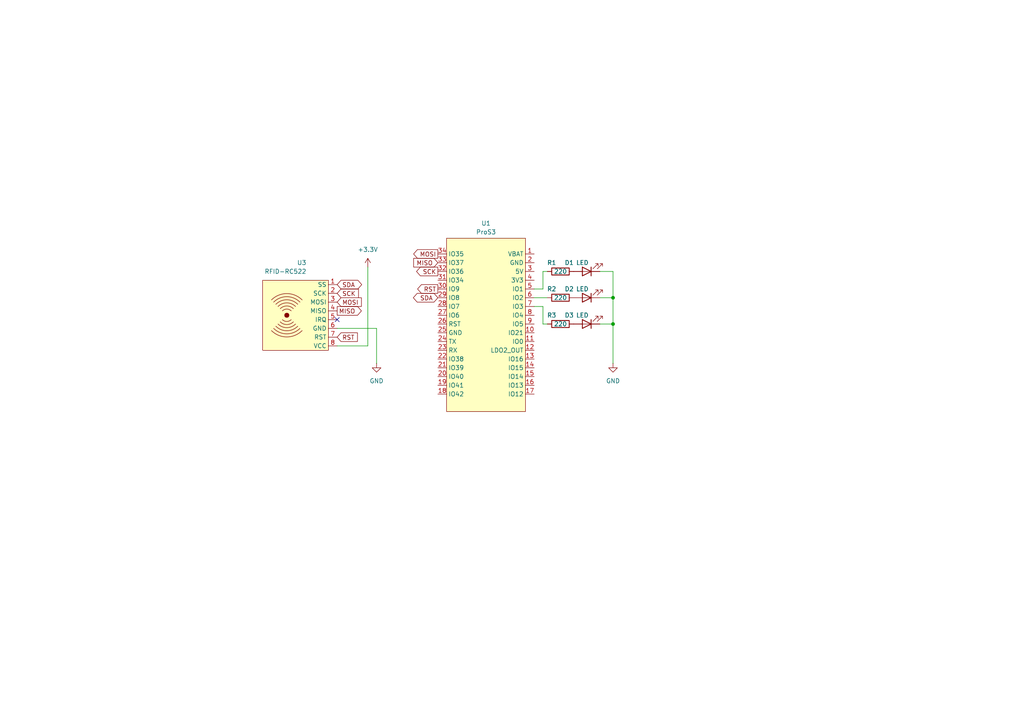
<source format=kicad_sch>
(kicad_sch (version 20231120) (generator "eeschema") (generator_version "8.0")
  (paper "A4")
  (lib_symbols
    (symbol "Device:LED" (pin_numbers hide) (pin_names (offset 1.016) hide)
      (property "Reference" "D" (at 0 2.54 0))
      (property "Value" "LED" (at 0 -2.54 0))
      (symbol "LED_0_1"
        (polyline (pts (xy -1.27 -1.27) (xy -1.27 1.27)) (stroke (width 0.254)))
        (polyline (pts (xy -1.27 0) (xy 1.27 0)))
        (polyline (pts (xy 1.27 -1.27) (xy 1.27 1.27) (xy -1.27 0) (xy 1.27 -1.27)) (stroke (width 0.254)))
        (polyline (pts (xy -3.048 -0.762) (xy -4.572 -2.286) (xy -3.81 -2.286) (xy -4.572 -2.286) (xy -4.572 -1.524)))
        (polyline (pts (xy -1.778 -0.762) (xy -3.302 -2.286) (xy -2.54 -2.286) (xy -3.302 -2.286) (xy -3.302 -1.524)))
      )
      (symbol "LED_1_1"
        (pin passive line (at -3.81 0 0) (length 2.54) (name "K") (number "1"))
        (pin passive line (at 3.81 0 180) (length 2.54) (name "A") (number "2"))
      )
    )
    (symbol "Device:R" (pin_numbers hide) (pin_names (offset 0))
      (property "Reference" "R" (at 2.032 0 90))
      (property "Value" "R" (at 0 0 90))
      (symbol "R_0_1"
        (rectangle (start -1.016 -2.54) (end 1.016 2.54) (stroke (width 0.254)))
      )
      (symbol "R_1_1"
        (pin passive line (at 0 3.81 270) (length 1.27) (name "~") (number "1"))
        (pin passive line (at 0 -3.81 90) (length 1.27) (name "~") (number "2"))
      )
    )
    (symbol "ProS3:ProS3"
      (property "Reference" "U" (at 0 -28.956 0))
      (property "Value" "ProS3" (at -0.508 27.178 0))
      (symbol "ProS3_1_1"
        (rectangle (start -11.43 24.892) (end 11.43 -25.4) (stroke (width 0.1524)) (fill (type background)))
        (pin power_in line (at 13.97 20.32 180) (length 2.54) (name "VBAT") (number "1"))
        (pin bidirectional line (at 13.97 -2.54 180) (length 2.54) (name "IO21") (number "10"))
        (pin bidirectional line (at 13.97 -5.08 180) (length 2.54) (name "IO0") (number "11"))
        (pin power_out line (at 13.97 -7.62 180) (length 2.54) (name "LDO2_OUT") (number "12"))
        (pin bidirectional line (at 13.97 -10.16 180) (length 2.54) (name "IO16") (number "13"))
        (pin bidirectional line (at 13.97 -12.7 180) (length 2.54) (name "IO15") (number "14"))
        (pin bidirectional line (at 13.97 -15.24 180) (length 2.54) (name "IO14") (number "15"))
        (pin bidirectional line (at 13.97 -17.78 180) (length 2.54) (name "IO13") (number "16"))
        (pin bidirectional line (at 13.97 -20.32 180) (length 2.54) (name "IO12") (number "17"))
        (pin bidirectional line (at -13.97 -20.32 0) (length 2.54) (name "IO42") (number "18"))
        (pin bidirectional line (at -13.97 -17.78 0) (length 2.54) (name "IO41") (number "19"))
        (pin power_in line (at 13.97 17.78 180) (length 2.54) (name "GND") (number "2"))
        (pin bidirectional line (at -13.97 -15.24 0) (length 2.54) (name "IO40") (number "20"))
        (pin bidirectional line (at -13.97 -12.7 0) (length 2.54) (name "IO39") (number "21"))
        (pin bidirectional line (at -13.97 -10.16 0) (length 2.54) (name "IO38") (number "22"))
        (pin bidirectional line (at -13.97 -7.62 0) (length 2.54) (name "RX") (number "23"))
        (pin bidirectional line (at -13.97 -5.08 0) (length 2.54) (name "TX") (number "24"))
        (pin power_in line (at -13.97 -2.54 0) (length 2.54) (name "GND") (number "25"))
        (pin input line (at -13.97 0 0) (length 2.54) (name "RST") (number "26"))
        (pin bidirectional line (at -13.97 2.54 0) (length 2.54) (name "IO6") (number "27"))
        (pin bidirectional line (at -13.97 5.08 0) (length 2.54) (name "IO7") (number "28"))
        (pin bidirectional line (at -13.97 7.62 0) (length 2.54) (name "IO8") (number "29"))
        (pin power_in line (at 13.97 15.24 180) (length 2.54) (name "5V") (number "3"))
        (pin bidirectional line (at -13.97 10.16 0) (length 2.54) (name "IO9") (number "30"))
        (pin bidirectional line (at -13.97 12.7 0) (length 2.54) (name "IO34") (number "31"))
        (pin bidirectional line (at -13.97 15.24 0) (length 2.54) (name "IO36") (number "32"))
        (pin bidirectional line (at -13.97 17.78 0) (length 2.54) (name "IO37") (number "33"))
        (pin bidirectional line (at -13.97 20.32 0) (length 2.54) (name "IO35") (number "34"))
        (pin power_in line (at 13.97 12.7 180) (length 2.54) (name "3V3") (number "4"))
        (pin bidirectional line (at 13.97 10.16 180) (length 2.54) (name "IO1") (number "5"))
        (pin bidirectional line (at 13.97 7.62 180) (length 2.54) (name "IO2") (number "6"))
        (pin bidirectional line (at 13.97 5.08 180) (length 2.54) (name "IO3") (number "7"))
        (pin bidirectional line (at 13.97 2.54 180) (length 2.54) (name "IO4") (number "8"))
        (pin bidirectional line (at 13.97 0 180) (length 2.54) (name "IO5") (number "9"))
      )
    )
    (symbol "UCN_new:RFID-RC522"
      (property "Reference" "U" (at 3.81 2.54 0))
      (property "Value" "RFID-RC522" (at 20.32 -8.89 90))
      (symbol "RFID-RC522_0_0"
        (pin input line (at 0 0 0) (length 2.54) (name "SS") (number "1"))
        (pin input line (at 0 -2.54 0) (length 2.54) (name "SCK") (number "2"))
        (pin input line (at 0 -5.08 0) (length 2.54) (name "MOSI") (number "3"))
        (pin output line (at 0 -7.62 0) (length 2.54) (name "MISO") (number "4"))
        (pin output line (at 0 -10.16 0) (length 2.54) (name "IRQ") (number "5"))
        (pin power_in line (at 0 -12.7 0) (length 2.54) (name "GND") (number "6"))
        (pin input line (at 0 -15.24 0) (length 2.54) (name "RST") (number "7"))
        (pin power_in line (at 0 -17.78 0) (length 2.54) (name "VCC") (number "8"))
      )
      (symbol "RFID-RC522_1_1"
        (rectangle (start 2.54 1.27) (end 21.59 -19.05) (fill (type background)))
        (arc (start 10.16 -13.3349) (mid 14.605 -15.1761) (end 19.05 -13.3349))
        (arc (start 10.795 -12.6999) (mid 14.605 -14.278) (end 18.415 -12.6999))
        (arc (start 11.43 -12.0649) (mid 14.605 -13.38) (end 17.78 -12.0649))
        (arc (start 12.065 -11.4299) (mid 14.605 -12.482) (end 17.145 -11.4299))
        (arc (start 12.7 -10.7949) (mid 14.605 -11.584) (end 16.51 -10.7949))
        (arc (start 13.335 -10.1599) (mid 14.605 -10.6859) (end 15.875 -10.1599))
        (circle (center 14.605 -8.8897) (radius 0.635) (fill (type outline)))
        (arc (start 15.875 -7.6197) (mid 14.605 -7.0937) (end 13.335 -7.6197))
        (arc (start 16.51 -6.9847) (mid 14.605 -6.1956) (end 12.7 -6.9847))
        (arc (start 17.145 -6.3497) (mid 14.605 -5.2976) (end 12.065 -6.3497))
        (arc (start 17.78 -5.7147) (mid 14.605 -4.3996) (end 11.43 -5.7147))
        (arc (start 18.415 -5.0797) (mid 14.605 -3.5016) (end 10.795 -5.0797))
        (arc (start 19.05 -4.4447) (mid 14.605 -2.6035) (end 10.16 -4.4447))
      )
    )
    (symbol "power:+3.3V" (power) (pin_numbers hide) (pin_names (offset 0) hide)
      (property "Value" "+3.3V" (at 0 3.556 0))
      (symbol "+3.3V_0_1"
        (polyline (pts (xy -0.762 1.27) (xy 0 2.54)))
        (polyline (pts (xy 0 0) (xy 0 2.54)))
        (polyline (pts (xy 0 2.54) (xy 0.762 1.27)))
      )
      (symbol "+3.3V_1_1"
        (pin power_in line (at 0 0 90) (length 0) (name "~") (number "1"))
      )
    )
    (symbol "power:GND" (power) (pin_numbers hide) (pin_names (offset 0) hide)
      (property "Value" "GND" (at 0 -3.81 0))
      (symbol "GND_0_1"
        (polyline (pts (xy 0 0) (xy 0 -1.27) (xy 1.27 -1.27) (xy 0 -2.54) (xy -1.27 -1.27) (xy 0 -1.27)))
      )
      (symbol "GND_1_1"
        (pin power_in line (at 0 0 270) (length 0) (name "~") (number "1"))
      )
    )
  )
  (junction (at 177.8 93.98))
  (junction (at 177.8 86.36))
  (no_connect (at 97.79 92.71))
  (wire (pts (xy 177.8 93.98) (xy 177.8 105.41)))
  (wire (pts (xy 106.68 100.33) (xy 106.68 77.47)))
  (wire (pts (xy 154.94 86.36) (xy 158.75 86.36)))
  (wire (pts (xy 173.99 93.98) (xy 177.8 93.98)))
  (wire (pts (xy 157.48 93.98) (xy 158.75 93.98)))
  (wire (pts (xy 177.8 86.36) (xy 177.8 93.98)))
  (wire (pts (xy 154.94 88.9) (xy 157.48 88.9)))
  (wire (pts (xy 157.48 83.82) (xy 154.94 83.82)))
  (wire (pts (xy 157.48 78.74) (xy 157.48 83.82)))
  (wire (pts (xy 177.8 78.74) (xy 173.99 78.74)))
  (wire (pts (xy 97.79 100.33) (xy 106.68 100.33)))
  (wire (pts (xy 157.48 88.9) (xy 157.48 93.98)))
  (wire (pts (xy 173.99 86.36) (xy 177.8 86.36)))
  (wire (pts (xy 177.8 78.74) (xy 177.8 86.36)))
  (wire (pts (xy 97.79 95.25) (xy 109.22 95.25)))
  (wire (pts (xy 109.22 95.25) (xy 109.22 105.41)))
  (wire (pts (xy 157.48 78.74) (xy 158.75 78.74)))
  (global_label "SCK" (shape output) (at 127 78.74 180) (property "Intersheetrefs" "${INTERSHEET_REFS}" (effects (hide yes))))
  (global_label "MISO" (shape output) (at 97.79 90.17 0) (property "Intersheetrefs" "${INTERSHEET_REFS}" (effects (hide yes))))
  (global_label "MOSI" (shape input) (at 97.79 87.63 0) (property "Intersheetrefs" "${INTERSHEET_REFS}" (effects (hide yes))))
  (global_label "SCK" (shape input) (at 97.79 85.09 0) (property "Intersheetrefs" "${INTERSHEET_REFS}" (effects (hide yes))))
  (global_label "SDA" (shape bidirectional) (at 97.79 82.55 0) (property "Intersheetrefs" "${INTERSHEET_REFS}" (effects (hide yes))))
  (global_label "MISO" (shape input) (at 127 76.2 180) (property "Intersheetrefs" "${INTERSHEET_REFS}" (effects (hide yes))))
  (global_label "SDA" (shape bidirectional) (at 127 86.36 180) (property "Intersheetrefs" "${INTERSHEET_REFS}" (effects (hide yes))))
  (global_label "RST" (shape input) (at 97.79 97.79 0) (property "Intersheetrefs" "${INTERSHEET_REFS}" (effects (hide yes))))
  (global_label "MOSI" (shape output) (at 127 73.66 180) (property "Intersheetrefs" "${INTERSHEET_REFS}" (effects (hide yes))))
  (global_label "RST" (shape output) (at 127 83.82 180) (property "Intersheetrefs" "${INTERSHEET_REFS}" (effects (hide yes))))
  (symbol (lib_id "power:GND") (at 177.8 105.41 0) (unit 1)
    (property "Reference" "#PWR03" (effects (hide yes)))
    (property "Value" "GND" (at 177.8 110.49 0))
    (property "Description" "Power symbol creates a global label with name \"GND\" , ground" (effects (hide yes)))
  )
  (symbol (lib_id "Device:LED") (at 170.18 86.36 180) (unit 1)
    (property "Reference" "D2" (at 165.1 83.82 0))
    (property "Value" "LED" (at 168.91 83.82 0))
    (property "Footprint" "LED_SMD:LED_0201_0603Metric_Pad0.64x0.40mm_HandSolder" (effects (hide yes)))
    (property "Description" "Light emitting diode" (effects (hide yes)))
  )
  (symbol (lib_id "Device:R") (at 162.56 93.98 90) (unit 1)
    (property "Reference" "R3" (at 160.02 91.44 90))
    (property "Value" "220" (at 162.56 93.98 90))
    (property "Footprint" "Resistor_SMD:R_0402_1005Metric_Pad0.72x0.64mm_HandSolder" (effects (hide yes)))
    (property "Description" "Resistor" (effects (hide yes)))
  )
  (symbol (lib_id "Device:R") (at 162.56 78.74 90) (unit 1)
    (property "Reference" "R1" (at 160.02 76.2 90))
    (property "Value" "220" (at 162.56 78.74 90))
    (property "Footprint" "Resistor_SMD:R_0402_1005Metric_Pad0.72x0.64mm_HandSolder" (effects (hide yes)))
    (property "Description" "Resistor" (effects (hide yes)))
  )
  (symbol (lib_id "Device:R") (at 162.56 86.36 90) (unit 1)
    (property "Reference" "R2" (at 160.02 83.82 90))
    (property "Value" "220" (at 162.56 86.36 90))
    (property "Footprint" "Resistor_SMD:R_0402_1005Metric_Pad0.72x0.64mm_HandSolder" (effects (hide yes)))
    (property "Description" "Resistor" (effects (hide yes)))
  )
  (symbol (lib_id "power:+3.3V") (at 106.68 77.47 0) (unit 1)
    (property "Reference" "#PWR02" (effects (hide yes)))
    (property "Value" "+3.3V" (at 106.68 72.39 0))
    (property "Description" "Power symbol creates a global label with name \"+3.3V\"" (effects (hide yes)))
  )
  (symbol (lib_id "ProS3:ProS3") (at 140.97 93.98 0) (unit 1)
    (property "Reference" "U1" (at 140.97 64.77 0))
    (property "Value" "ProS3" (at 140.97 67.31 0))
    (property "Footprint" "PCM_Espressif:ESP32-PROS3" (effects (hide yes)))
  )
  (symbol (lib_id "Device:LED") (at 170.18 93.98 180) (unit 1)
    (property "Reference" "D3" (at 165.1 91.44 0))
    (property "Value" "LED" (at 168.91 91.44 0))
    (property "Footprint" "LED_SMD:LED_0201_0603Metric_Pad0.64x0.40mm_HandSolder" (effects (hide yes)))
    (property "Description" "Light emitting diode" (effects (hide yes)))
  )
  (symbol (lib_id "Device:LED") (at 170.18 78.74 180) (unit 1)
    (property "Reference" "D1" (at 165.1 76.2 0))
    (property "Value" "LED" (at 168.91 76.2 0))
    (property "Footprint" "LED_SMD:LED_0201_0603Metric_Pad0.64x0.40mm_HandSolder" (effects (hide yes)))
    (property "Description" "Light emitting diode" (effects (hide yes)))
  )
  (symbol (lib_id "power:GND") (at 109.22 105.41 0) (unit 1)
    (property "Reference" "#PWR01" (effects (hide yes)))
    (property "Value" "GND" (at 109.22 110.49 0))
    (property "Description" "Power symbol creates a global label with name \"GND\" , ground" (effects (hide yes)))
  )
  (symbol (lib_id "UCN_new:RFID-RC522") (at 97.79 82.55 0) (mirror y) (unit 1)
    (property "Reference" "U3" (at 88.9 76.2 0) (effects (justify left)))
    (property "Value" "RFID-RC522" (at 88.9 78.74 0) (effects (justify left)))
    (property "Footprint" "Connector_PinHeader_2.54mm:PinHeader_1x08_P2.54mm_Vertical" (effects (hide yes)))
    (property "Datasheet" "https://www.nxp.com/docs/en/data-sheet/MFRC522.pdf" (effects (hide yes)))
  )
)
</source>
